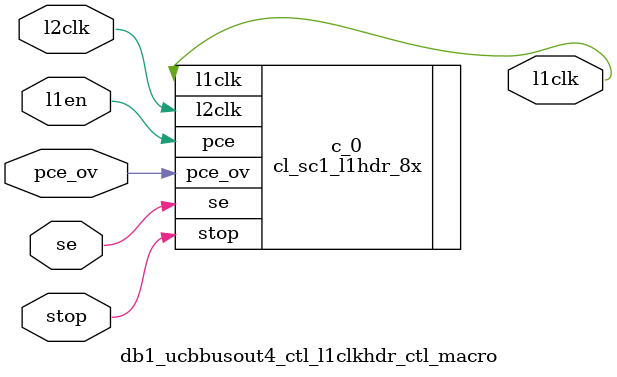
<source format=v>
`define UCB_BUS_WIDTH 4
`define UCB_BUS_WIDTH_M1 3
`define CYC_NUM 32
`define CYC_NUM_M1 31

module db1_ucbbusout4_ctl (
  iol2clk, 
  scan_in, 
  scan_out, 
  tcu_pce_ov, 
  tcu_clk_stop, 
  tcu_aclk, 
  tcu_bclk, 
  tcu_scan_en, 
  vld, 
  data, 
  stall, 
  outdata_buf_busy, 
  outdata_buf_in, 
  outdata_vec_in, 
  outdata_buf_wr) ;
wire [31:0] outdata_vec;
wire [127:0] outdata_buf;
wire stall_d1_ff_scanin;
wire stall_d1_ff_scanout;
wire stall_d1;
wire l1clk;
wire load_outdata;
wire shift_outdata;
wire [31:0] outdata_vec_next;
wire outdata_vec_ff_scanin;
wire outdata_vec_ff_scanout;
wire [127:0] outdata_buf_next;
wire outdata_buf_ff_scanin;
wire outdata_buf_ff_scanout;
wire siclk;
wire soclk;
wire pce_ov;
wire stop;
wire se;


// Globals
input		iol2clk;
input		scan_in;
output		scan_out;
input		tcu_pce_ov;
input		tcu_clk_stop;
input		tcu_aclk    ;
input		tcu_bclk    ;
input		tcu_scan_en ;

// UCB bus interface
output		vld;
output [`UCB_BUS_WIDTH_M1 :0]	data;
input		stall;

// Local interface
output		outdata_buf_busy;
input [127:0]	outdata_buf_in;
input [`CYC_NUM_M1 :0]	outdata_vec_in;
input		outdata_buf_wr;

// Local signals

////////////////////////////////////////////////////////////////////////
// Code starts here
////////////////////////////////////////////////////////////////////////
/************************************************************
 * UCB bus interface flops
 ************************************************************/
assign 	 vld = outdata_vec[0];
assign 	 data[`UCB_BUS_WIDTH_M1 :0] = outdata_buf[`UCB_BUS_WIDTH_M1 :0];

db1_ucbbusout4_ctl_msff_ctl_macro__width_1 stall_d1_ff 
				(
				.scan_in(stall_d1_ff_scanin),
				.scan_out(stall_d1_ff_scanout),
				.dout		(stall_d1),
				.l1clk		(l1clk),
				.din		(stall),
  .siclk(siclk),
  .soclk(soclk)
				);

/************************************************************
 * Outbound Data
 ************************************************************/
// accept new data only if there is none being processed
assign  load_outdata = outdata_buf_wr & ~outdata_buf_busy;

assign  outdata_buf_busy = outdata_vec[0] | stall_d1;

assign  shift_outdata = outdata_vec[0] & ~stall_d1;

assign  outdata_vec_next[`CYC_NUM_M1 :0] =
				load_outdata  ? outdata_vec_in[`CYC_NUM_M1 :0] : 
				shift_outdata ? {1'b0,outdata_vec[`CYC_NUM_M1 :1]} : 
						outdata_vec[`CYC_NUM_M1 :0] ;

db1_ucbbusout4_ctl_msff_ctl_macro__width_32 outdata_vec_ff  
				(
				.scan_in(outdata_vec_ff_scanin),
				.scan_out(outdata_vec_ff_scanout),
				.dout		(outdata_vec[`CYC_NUM_M1 :0]),
				.l1clk		(l1clk),
				.din		(outdata_vec_next[`CYC_NUM_M1 :0]),
  .siclk(siclk),
  .soclk(soclk)
				);

assign  outdata_buf_next[127:0] = load_outdata  ? outdata_buf_in[127:0] :
		 		  shift_outdata ? (outdata_buf[127:0] >> `UCB_BUS_WIDTH ) :  
	                         		   outdata_buf[127:0] ;

db1_ucbbusout4_ctl_msff_ctl_macro__width_128 outdata_buf_ff 
				(
				.scan_in(outdata_buf_ff_scanin),
				.scan_out(outdata_buf_ff_scanout),
				.dout		(outdata_buf[127:0]),
				.l1clk		(l1clk),
				.din		(outdata_buf_next[127:0]),
  .siclk(siclk),
  .soclk(soclk)
				);



/**** adding clock header ****/
db1_ucbbusout4_ctl_l1clkhdr_ctl_macro clkgen (
				.l2clk	(iol2clk),
				.l1en	(1'b1),
				.l1clk	(l1clk),
  .pce_ov(pce_ov),
  .stop(stop),
  .se(se)
				);

/*** building tcu port ***/
assign	siclk  = tcu_aclk    ;
assign	soclk  = tcu_bclk    ;
assign	pce_ov = tcu_pce_ov  ;
assign	stop   = tcu_clk_stop;
// scan renames
assign  se     = tcu_scan_en ;
// end scan

// fixscan start:
assign stall_d1_ff_scanin        = scan_in                  ;
assign outdata_vec_ff_scanin     = stall_d1_ff_scanout      ;
assign outdata_buf_ff_scanin     = outdata_vec_ff_scanout   ;
assign scan_out                  = outdata_buf_ff_scanout   ;
// fixscan end:
endmodule // ucb_bus_out






// any PARAMS parms go into naming of macro

module db1_ucbbusout4_ctl_msff_ctl_macro__width_1 (
  din, 
  l1clk, 
  scan_in, 
  siclk, 
  soclk, 
  dout, 
  scan_out);
wire [0:0] fdin;

  input [0:0] din;
  input l1clk;
  input scan_in;


  input siclk;
  input soclk;

  output [0:0] dout;
  output scan_out;
assign fdin[0:0] = din[0:0];






dff #(1)  d0_0 (
.l1clk(l1clk),
.siclk(siclk),
.soclk(soclk),
.d(fdin[0:0]),
.si(scan_in),
.so(scan_out),
.q(dout[0:0])
);












endmodule













// any PARAMS parms go into naming of macro

module db1_ucbbusout4_ctl_msff_ctl_macro__width_32 (
  din, 
  l1clk, 
  scan_in, 
  siclk, 
  soclk, 
  dout, 
  scan_out);
wire [31:0] fdin;
wire [30:0] so;

  input [31:0] din;
  input l1clk;
  input scan_in;


  input siclk;
  input soclk;

  output [31:0] dout;
  output scan_out;
assign fdin[31:0] = din[31:0];






dff #(32)  d0_0 (
.l1clk(l1clk),
.siclk(siclk),
.soclk(soclk),
.d(fdin[31:0]),
.si({scan_in,so[30:0]}),
.so({so[30:0],scan_out}),
.q(dout[31:0])
);












endmodule













// any PARAMS parms go into naming of macro

module db1_ucbbusout4_ctl_msff_ctl_macro__width_128 (
  din, 
  l1clk, 
  scan_in, 
  siclk, 
  soclk, 
  dout, 
  scan_out);
wire [127:0] fdin;
wire [126:0] so;

  input [127:0] din;
  input l1clk;
  input scan_in;


  input siclk;
  input soclk;

  output [127:0] dout;
  output scan_out;
assign fdin[127:0] = din[127:0];






dff #(128)  d0_0 (
.l1clk(l1clk),
.siclk(siclk),
.soclk(soclk),
.d(fdin[127:0]),
.si({scan_in,so[126:0]}),
.so({so[126:0],scan_out}),
.q(dout[127:0])
);












endmodule













// any PARAMS parms go into naming of macro

module db1_ucbbusout4_ctl_l1clkhdr_ctl_macro (
  l2clk, 
  l1en, 
  pce_ov, 
  stop, 
  se, 
  l1clk);


  input l2clk;
  input l1en;
  input pce_ov;
  input stop;
  input se;
  output l1clk;



 

cl_sc1_l1hdr_8x c_0 (


   .l2clk(l2clk),
   .pce(l1en),
   .l1clk(l1clk),
  .se(se),
  .pce_ov(pce_ov),
  .stop(stop)
);



endmodule









</source>
